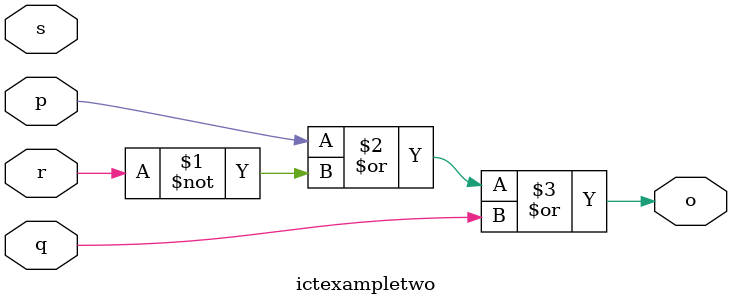
<source format=v>
module ictexampletwo (p,q,r,s,o);
	input p,q,r,s;
	output o;
	assign o=p|~r|q;
endmodule


</source>
